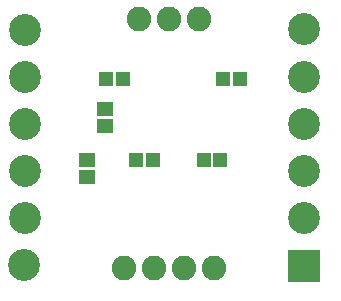
<source format=gbs>
G04 Layer: BottomSolderMaskLayer*
G04 EasyEDA v6.1.41, Mon, 03 Jun 2019 03:14:34 GMT*
G04 5a90bc5d05c24feeabf61e1713a7abd1,f719cc3b5e9d4f31bc15a5958a6a0e99,10*
G04 Gerber Generator version 0.2*
G04 Scale: 100 percent, Rotated: No, Reflected: No *
G04 Dimensions in millimeters *
G04 leading zeros omitted , absolute positions ,3 integer and 3 decimal *
%FSLAX33Y33*%
%MOMM*%
G90*
G71D02*

%ADD24R,1.203198X1.303198*%
%ADD25C,2.082800*%
%ADD27C,2.703195*%

%LPD*%
G54D24*
G01X18669Y11775D03*
G01X17269Y11775D03*
G01X20320Y18633D03*
G01X18920Y18633D03*
G01X10414Y18633D03*
G01X9014Y18633D03*
G01X12954Y11775D03*
G01X11554Y11775D03*
G36*
G01X8237Y15492D02*
G01X8237Y16695D01*
G01X9542Y16695D01*
G01X9542Y15492D01*
G01X8237Y15492D01*
G37*
G36*
G01X8237Y14092D02*
G01X8237Y15296D01*
G01X9542Y15296D01*
G01X9542Y14092D01*
G01X8237Y14092D01*
G37*
G36*
G01X6713Y11174D02*
G01X6713Y12377D01*
G01X8018Y12377D01*
G01X8018Y11174D01*
G01X6713Y11174D01*
G37*
G36*
G01X6713Y9774D02*
G01X6713Y10978D01*
G01X8018Y10978D01*
G01X8018Y9774D01*
G01X6713Y9774D01*
G37*
G54D25*
G01X14351Y23713D03*
G01X16891Y23713D03*
G01X11811Y23713D03*
G01X13081Y2631D03*
G01X15621Y2631D03*
G01X18161Y2631D03*
G01X10541Y2631D03*
G36*
G01X24429Y1514D02*
G01X24429Y4216D01*
G01X27132Y4216D01*
G01X27132Y1514D01*
G01X24429Y1514D01*
G37*
G54D27*
G01X25780Y6865D03*
G01X25780Y10860D03*
G01X25780Y14861D03*
G01X25780Y18861D03*
G01X25780Y22857D03*
G01X2043Y2876D03*
G01X2085Y6855D03*
G01X2085Y10851D03*
G01X2085Y14851D03*
G01X2085Y18851D03*
G01X2085Y22847D03*
M00*
M02*

</source>
